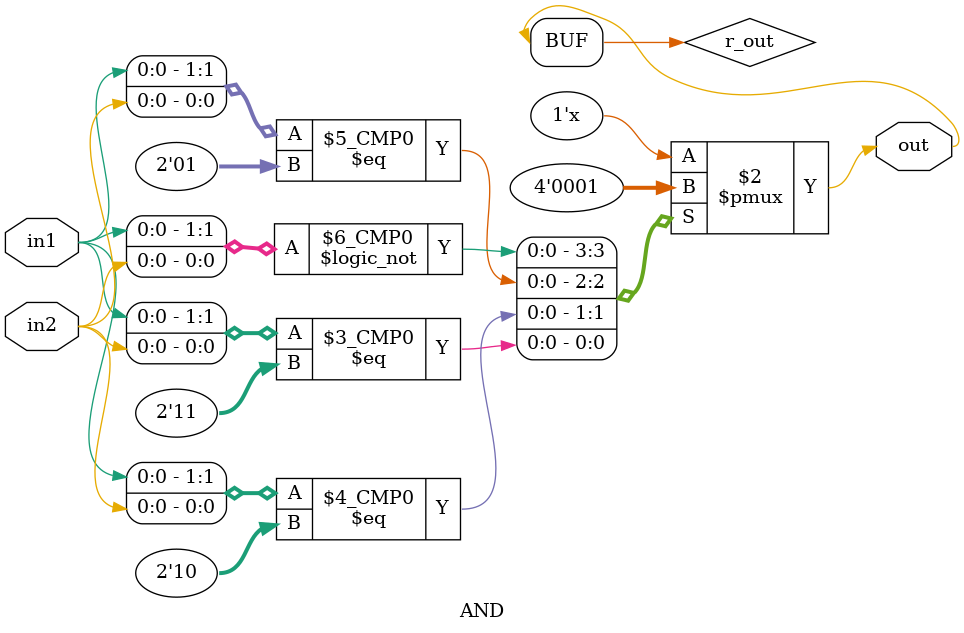
<source format=v>
module AND(output out, input in1, in2);
  reg r_out;
  assign out = r_out;
  always@(in1, in2)
    begin
      case({in1,in2})
        2'b00: out = 1'b0;
        2'b01: out = 1'b0;
        2'b10: out = 1'b0;
        2'b11: out = 1'b1;
        default: out = 1'b0;
      endcase
    end
endmodule

</source>
